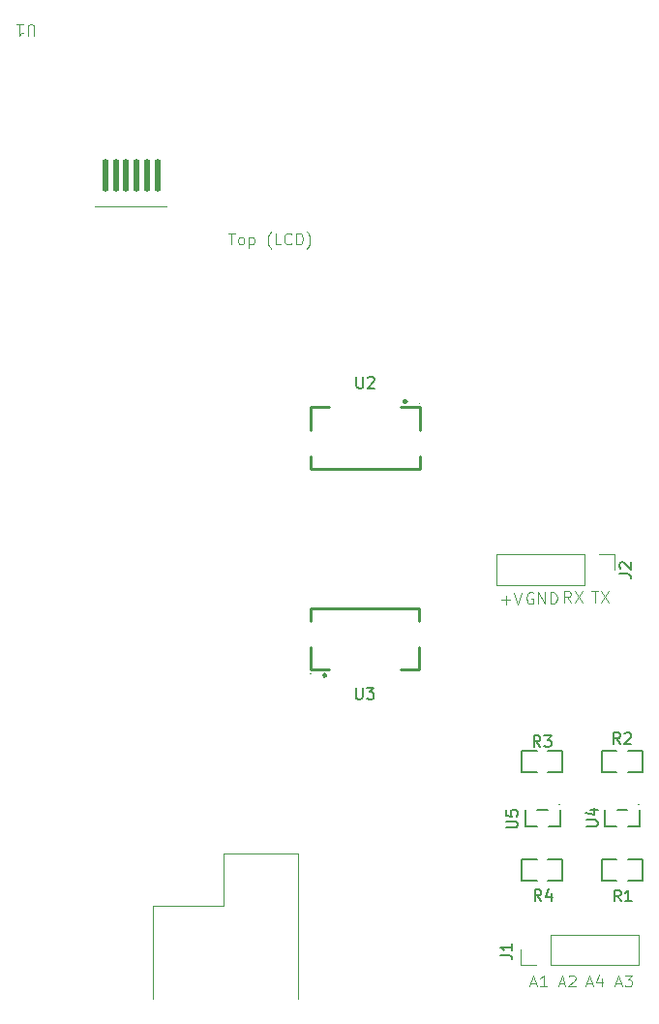
<source format=gbr>
%TF.GenerationSoftware,KiCad,Pcbnew,8.0.4*%
%TF.CreationDate,2025-06-05T19:44:25+01:00*%
%TF.ProjectId,psptvout,70737074-766f-4757-942e-6b696361645f,rev?*%
%TF.SameCoordinates,Original*%
%TF.FileFunction,Legend,Top*%
%TF.FilePolarity,Positive*%
%FSLAX46Y46*%
G04 Gerber Fmt 4.6, Leading zero omitted, Abs format (unit mm)*
G04 Created by KiCad (PCBNEW 8.0.4) date 2025-06-05 19:44:25*
%MOMM*%
%LPD*%
G01*
G04 APERTURE LIST*
G04 Aperture macros list*
%AMRoundRect*
0 Rectangle with rounded corners*
0 $1 Rounding radius*
0 $2 $3 $4 $5 $6 $7 $8 $9 X,Y pos of 4 corners*
0 Add a 4 corners polygon primitive as box body*
4,1,4,$2,$3,$4,$5,$6,$7,$8,$9,$2,$3,0*
0 Add four circle primitives for the rounded corners*
1,1,$1+$1,$2,$3*
1,1,$1+$1,$4,$5*
1,1,$1+$1,$6,$7*
1,1,$1+$1,$8,$9*
0 Add four rect primitives between the rounded corners*
20,1,$1+$1,$2,$3,$4,$5,0*
20,1,$1+$1,$4,$5,$6,$7,0*
20,1,$1+$1,$6,$7,$8,$9,0*
20,1,$1+$1,$8,$9,$2,$3,0*%
G04 Aperture macros list end*
%ADD10C,0.100000*%
%ADD11C,0.150000*%
%ADD12C,0.152400*%
%ADD13C,0.059995*%
%ADD14C,0.120000*%
%ADD15C,0.254000*%
%ADD16R,1.132537X1.377013*%
%ADD17R,1.775000X1.700000*%
%ADD18R,1.925000X2.125000*%
%ADD19R,1.900000X2.600000*%
%ADD20R,1.625000X2.025000*%
%ADD21R,0.600000X1.600000*%
%ADD22R,0.700000X1.250013*%
%ADD23R,1.700000X1.700000*%
%ADD24O,1.700000X1.700000*%
%ADD25RoundRect,0.117500X0.117500X1.332500X-0.117500X1.332500X-0.117500X-1.332500X0.117500X-1.332500X0*%
%ADD26R,0.300000X1.200000*%
%ADD27R,2.000000X1.800000*%
G04 APERTURE END LIST*
D10*
X205456265Y-134336704D02*
X205932455Y-134336704D01*
X205361027Y-134622419D02*
X205694360Y-133622419D01*
X205694360Y-133622419D02*
X206027693Y-134622419D01*
X206265789Y-133622419D02*
X206884836Y-133622419D01*
X206884836Y-133622419D02*
X206551503Y-134003371D01*
X206551503Y-134003371D02*
X206694360Y-134003371D01*
X206694360Y-134003371D02*
X206789598Y-134050990D01*
X206789598Y-134050990D02*
X206837217Y-134098609D01*
X206837217Y-134098609D02*
X206884836Y-134193847D01*
X206884836Y-134193847D02*
X206884836Y-134431942D01*
X206884836Y-134431942D02*
X206837217Y-134527180D01*
X206837217Y-134527180D02*
X206789598Y-134574800D01*
X206789598Y-134574800D02*
X206694360Y-134622419D01*
X206694360Y-134622419D02*
X206408646Y-134622419D01*
X206408646Y-134622419D02*
X206313408Y-134574800D01*
X206313408Y-134574800D02*
X206265789Y-134527180D01*
X195453884Y-100841466D02*
X196215789Y-100841466D01*
X195834836Y-101222419D02*
X195834836Y-100460514D01*
X196549122Y-100222419D02*
X196882455Y-101222419D01*
X196882455Y-101222419D02*
X197215788Y-100222419D01*
X198227693Y-100220038D02*
X198132455Y-100172419D01*
X198132455Y-100172419D02*
X197989598Y-100172419D01*
X197989598Y-100172419D02*
X197846741Y-100220038D01*
X197846741Y-100220038D02*
X197751503Y-100315276D01*
X197751503Y-100315276D02*
X197703884Y-100410514D01*
X197703884Y-100410514D02*
X197656265Y-100600990D01*
X197656265Y-100600990D02*
X197656265Y-100743847D01*
X197656265Y-100743847D02*
X197703884Y-100934323D01*
X197703884Y-100934323D02*
X197751503Y-101029561D01*
X197751503Y-101029561D02*
X197846741Y-101124800D01*
X197846741Y-101124800D02*
X197989598Y-101172419D01*
X197989598Y-101172419D02*
X198084836Y-101172419D01*
X198084836Y-101172419D02*
X198227693Y-101124800D01*
X198227693Y-101124800D02*
X198275312Y-101077180D01*
X198275312Y-101077180D02*
X198275312Y-100743847D01*
X198275312Y-100743847D02*
X198084836Y-100743847D01*
X198703884Y-101172419D02*
X198703884Y-100172419D01*
X198703884Y-100172419D02*
X199275312Y-101172419D01*
X199275312Y-101172419D02*
X199275312Y-100172419D01*
X199751503Y-101172419D02*
X199751503Y-100172419D01*
X199751503Y-100172419D02*
X199989598Y-100172419D01*
X199989598Y-100172419D02*
X200132455Y-100220038D01*
X200132455Y-100220038D02*
X200227693Y-100315276D01*
X200227693Y-100315276D02*
X200275312Y-100410514D01*
X200275312Y-100410514D02*
X200322931Y-100600990D01*
X200322931Y-100600990D02*
X200322931Y-100743847D01*
X200322931Y-100743847D02*
X200275312Y-100934323D01*
X200275312Y-100934323D02*
X200227693Y-101029561D01*
X200227693Y-101029561D02*
X200132455Y-101124800D01*
X200132455Y-101124800D02*
X199989598Y-101172419D01*
X199989598Y-101172419D02*
X199751503Y-101172419D01*
X171561027Y-68772419D02*
X172132455Y-68772419D01*
X171846741Y-69772419D02*
X171846741Y-68772419D01*
X172608646Y-69772419D02*
X172513408Y-69724800D01*
X172513408Y-69724800D02*
X172465789Y-69677180D01*
X172465789Y-69677180D02*
X172418170Y-69581942D01*
X172418170Y-69581942D02*
X172418170Y-69296228D01*
X172418170Y-69296228D02*
X172465789Y-69200990D01*
X172465789Y-69200990D02*
X172513408Y-69153371D01*
X172513408Y-69153371D02*
X172608646Y-69105752D01*
X172608646Y-69105752D02*
X172751503Y-69105752D01*
X172751503Y-69105752D02*
X172846741Y-69153371D01*
X172846741Y-69153371D02*
X172894360Y-69200990D01*
X172894360Y-69200990D02*
X172941979Y-69296228D01*
X172941979Y-69296228D02*
X172941979Y-69581942D01*
X172941979Y-69581942D02*
X172894360Y-69677180D01*
X172894360Y-69677180D02*
X172846741Y-69724800D01*
X172846741Y-69724800D02*
X172751503Y-69772419D01*
X172751503Y-69772419D02*
X172608646Y-69772419D01*
X173370551Y-69105752D02*
X173370551Y-70105752D01*
X173370551Y-69153371D02*
X173465789Y-69105752D01*
X173465789Y-69105752D02*
X173656265Y-69105752D01*
X173656265Y-69105752D02*
X173751503Y-69153371D01*
X173751503Y-69153371D02*
X173799122Y-69200990D01*
X173799122Y-69200990D02*
X173846741Y-69296228D01*
X173846741Y-69296228D02*
X173846741Y-69581942D01*
X173846741Y-69581942D02*
X173799122Y-69677180D01*
X173799122Y-69677180D02*
X173751503Y-69724800D01*
X173751503Y-69724800D02*
X173656265Y-69772419D01*
X173656265Y-69772419D02*
X173465789Y-69772419D01*
X173465789Y-69772419D02*
X173370551Y-69724800D01*
X175322932Y-70153371D02*
X175275313Y-70105752D01*
X175275313Y-70105752D02*
X175180075Y-69962895D01*
X175180075Y-69962895D02*
X175132456Y-69867657D01*
X175132456Y-69867657D02*
X175084837Y-69724800D01*
X175084837Y-69724800D02*
X175037218Y-69486704D01*
X175037218Y-69486704D02*
X175037218Y-69296228D01*
X175037218Y-69296228D02*
X175084837Y-69058133D01*
X175084837Y-69058133D02*
X175132456Y-68915276D01*
X175132456Y-68915276D02*
X175180075Y-68820038D01*
X175180075Y-68820038D02*
X175275313Y-68677180D01*
X175275313Y-68677180D02*
X175322932Y-68629561D01*
X176180075Y-69772419D02*
X175703885Y-69772419D01*
X175703885Y-69772419D02*
X175703885Y-68772419D01*
X177084837Y-69677180D02*
X177037218Y-69724800D01*
X177037218Y-69724800D02*
X176894361Y-69772419D01*
X176894361Y-69772419D02*
X176799123Y-69772419D01*
X176799123Y-69772419D02*
X176656266Y-69724800D01*
X176656266Y-69724800D02*
X176561028Y-69629561D01*
X176561028Y-69629561D02*
X176513409Y-69534323D01*
X176513409Y-69534323D02*
X176465790Y-69343847D01*
X176465790Y-69343847D02*
X176465790Y-69200990D01*
X176465790Y-69200990D02*
X176513409Y-69010514D01*
X176513409Y-69010514D02*
X176561028Y-68915276D01*
X176561028Y-68915276D02*
X176656266Y-68820038D01*
X176656266Y-68820038D02*
X176799123Y-68772419D01*
X176799123Y-68772419D02*
X176894361Y-68772419D01*
X176894361Y-68772419D02*
X177037218Y-68820038D01*
X177037218Y-68820038D02*
X177084837Y-68867657D01*
X177513409Y-69772419D02*
X177513409Y-68772419D01*
X177513409Y-68772419D02*
X177751504Y-68772419D01*
X177751504Y-68772419D02*
X177894361Y-68820038D01*
X177894361Y-68820038D02*
X177989599Y-68915276D01*
X177989599Y-68915276D02*
X178037218Y-69010514D01*
X178037218Y-69010514D02*
X178084837Y-69200990D01*
X178084837Y-69200990D02*
X178084837Y-69343847D01*
X178084837Y-69343847D02*
X178037218Y-69534323D01*
X178037218Y-69534323D02*
X177989599Y-69629561D01*
X177989599Y-69629561D02*
X177894361Y-69724800D01*
X177894361Y-69724800D02*
X177751504Y-69772419D01*
X177751504Y-69772419D02*
X177513409Y-69772419D01*
X178418171Y-70153371D02*
X178465790Y-70105752D01*
X178465790Y-70105752D02*
X178561028Y-69962895D01*
X178561028Y-69962895D02*
X178608647Y-69867657D01*
X178608647Y-69867657D02*
X178656266Y-69724800D01*
X178656266Y-69724800D02*
X178703885Y-69486704D01*
X178703885Y-69486704D02*
X178703885Y-69296228D01*
X178703885Y-69296228D02*
X178656266Y-69058133D01*
X178656266Y-69058133D02*
X178608647Y-68915276D01*
X178608647Y-68915276D02*
X178561028Y-68820038D01*
X178561028Y-68820038D02*
X178465790Y-68677180D01*
X178465790Y-68677180D02*
X178418171Y-68629561D01*
X198006265Y-134336704D02*
X198482455Y-134336704D01*
X197911027Y-134622419D02*
X198244360Y-133622419D01*
X198244360Y-133622419D02*
X198577693Y-134622419D01*
X199434836Y-134622419D02*
X198863408Y-134622419D01*
X199149122Y-134622419D02*
X199149122Y-133622419D01*
X199149122Y-133622419D02*
X199053884Y-133765276D01*
X199053884Y-133765276D02*
X198958646Y-133860514D01*
X198958646Y-133860514D02*
X198863408Y-133908133D01*
X203361027Y-100072419D02*
X203932455Y-100072419D01*
X203646741Y-101072419D02*
X203646741Y-100072419D01*
X204170551Y-100072419D02*
X204837217Y-101072419D01*
X204837217Y-100072419D02*
X204170551Y-101072419D01*
X201525312Y-101072419D02*
X201191979Y-100596228D01*
X200953884Y-101072419D02*
X200953884Y-100072419D01*
X200953884Y-100072419D02*
X201334836Y-100072419D01*
X201334836Y-100072419D02*
X201430074Y-100120038D01*
X201430074Y-100120038D02*
X201477693Y-100167657D01*
X201477693Y-100167657D02*
X201525312Y-100262895D01*
X201525312Y-100262895D02*
X201525312Y-100405752D01*
X201525312Y-100405752D02*
X201477693Y-100500990D01*
X201477693Y-100500990D02*
X201430074Y-100548609D01*
X201430074Y-100548609D02*
X201334836Y-100596228D01*
X201334836Y-100596228D02*
X200953884Y-100596228D01*
X201858646Y-100072419D02*
X202525312Y-101072419D01*
X202525312Y-100072419D02*
X201858646Y-101072419D01*
X202906265Y-134336704D02*
X203382455Y-134336704D01*
X202811027Y-134622419D02*
X203144360Y-133622419D01*
X203144360Y-133622419D02*
X203477693Y-134622419D01*
X204239598Y-133955752D02*
X204239598Y-134622419D01*
X204001503Y-133574800D02*
X203763408Y-134289085D01*
X203763408Y-134289085D02*
X204382455Y-134289085D01*
X200506265Y-134336704D02*
X200982455Y-134336704D01*
X200411027Y-134622419D02*
X200744360Y-133622419D01*
X200744360Y-133622419D02*
X201077693Y-134622419D01*
X201363408Y-133717657D02*
X201411027Y-133670038D01*
X201411027Y-133670038D02*
X201506265Y-133622419D01*
X201506265Y-133622419D02*
X201744360Y-133622419D01*
X201744360Y-133622419D02*
X201839598Y-133670038D01*
X201839598Y-133670038D02*
X201887217Y-133717657D01*
X201887217Y-133717657D02*
X201934836Y-133812895D01*
X201934836Y-133812895D02*
X201934836Y-133908133D01*
X201934836Y-133908133D02*
X201887217Y-134050990D01*
X201887217Y-134050990D02*
X201315789Y-134622419D01*
X201315789Y-134622419D02*
X201934836Y-134622419D01*
D11*
X205858333Y-113429819D02*
X205525000Y-112953628D01*
X205286905Y-113429819D02*
X205286905Y-112429819D01*
X205286905Y-112429819D02*
X205667857Y-112429819D01*
X205667857Y-112429819D02*
X205763095Y-112477438D01*
X205763095Y-112477438D02*
X205810714Y-112525057D01*
X205810714Y-112525057D02*
X205858333Y-112620295D01*
X205858333Y-112620295D02*
X205858333Y-112763152D01*
X205858333Y-112763152D02*
X205810714Y-112858390D01*
X205810714Y-112858390D02*
X205763095Y-112906009D01*
X205763095Y-112906009D02*
X205667857Y-112953628D01*
X205667857Y-112953628D02*
X205286905Y-112953628D01*
X206239286Y-112525057D02*
X206286905Y-112477438D01*
X206286905Y-112477438D02*
X206382143Y-112429819D01*
X206382143Y-112429819D02*
X206620238Y-112429819D01*
X206620238Y-112429819D02*
X206715476Y-112477438D01*
X206715476Y-112477438D02*
X206763095Y-112525057D01*
X206763095Y-112525057D02*
X206810714Y-112620295D01*
X206810714Y-112620295D02*
X206810714Y-112715533D01*
X206810714Y-112715533D02*
X206763095Y-112858390D01*
X206763095Y-112858390D02*
X206191667Y-113429819D01*
X206191667Y-113429819D02*
X206810714Y-113429819D01*
X205908333Y-127179819D02*
X205575000Y-126703628D01*
X205336905Y-127179819D02*
X205336905Y-126179819D01*
X205336905Y-126179819D02*
X205717857Y-126179819D01*
X205717857Y-126179819D02*
X205813095Y-126227438D01*
X205813095Y-126227438D02*
X205860714Y-126275057D01*
X205860714Y-126275057D02*
X205908333Y-126370295D01*
X205908333Y-126370295D02*
X205908333Y-126513152D01*
X205908333Y-126513152D02*
X205860714Y-126608390D01*
X205860714Y-126608390D02*
X205813095Y-126656009D01*
X205813095Y-126656009D02*
X205717857Y-126703628D01*
X205717857Y-126703628D02*
X205336905Y-126703628D01*
X206860714Y-127179819D02*
X206289286Y-127179819D01*
X206575000Y-127179819D02*
X206575000Y-126179819D01*
X206575000Y-126179819D02*
X206479762Y-126322676D01*
X206479762Y-126322676D02*
X206384524Y-126417914D01*
X206384524Y-126417914D02*
X206289286Y-126465533D01*
X195879819Y-120736904D02*
X196689342Y-120736904D01*
X196689342Y-120736904D02*
X196784580Y-120689285D01*
X196784580Y-120689285D02*
X196832200Y-120641666D01*
X196832200Y-120641666D02*
X196879819Y-120546428D01*
X196879819Y-120546428D02*
X196879819Y-120355952D01*
X196879819Y-120355952D02*
X196832200Y-120260714D01*
X196832200Y-120260714D02*
X196784580Y-120213095D01*
X196784580Y-120213095D02*
X196689342Y-120165476D01*
X196689342Y-120165476D02*
X195879819Y-120165476D01*
X195879819Y-119213095D02*
X195879819Y-119689285D01*
X195879819Y-119689285D02*
X196356009Y-119736904D01*
X196356009Y-119736904D02*
X196308390Y-119689285D01*
X196308390Y-119689285D02*
X196260771Y-119594047D01*
X196260771Y-119594047D02*
X196260771Y-119355952D01*
X196260771Y-119355952D02*
X196308390Y-119260714D01*
X196308390Y-119260714D02*
X196356009Y-119213095D01*
X196356009Y-119213095D02*
X196451247Y-119165476D01*
X196451247Y-119165476D02*
X196689342Y-119165476D01*
X196689342Y-119165476D02*
X196784580Y-119213095D01*
X196784580Y-119213095D02*
X196832200Y-119260714D01*
X196832200Y-119260714D02*
X196879819Y-119355952D01*
X196879819Y-119355952D02*
X196879819Y-119594047D01*
X196879819Y-119594047D02*
X196832200Y-119689285D01*
X196832200Y-119689285D02*
X196784580Y-119736904D01*
X202879819Y-120636904D02*
X203689342Y-120636904D01*
X203689342Y-120636904D02*
X203784580Y-120589285D01*
X203784580Y-120589285D02*
X203832200Y-120541666D01*
X203832200Y-120541666D02*
X203879819Y-120446428D01*
X203879819Y-120446428D02*
X203879819Y-120255952D01*
X203879819Y-120255952D02*
X203832200Y-120160714D01*
X203832200Y-120160714D02*
X203784580Y-120113095D01*
X203784580Y-120113095D02*
X203689342Y-120065476D01*
X203689342Y-120065476D02*
X202879819Y-120065476D01*
X203213152Y-119160714D02*
X203879819Y-119160714D01*
X202832200Y-119398809D02*
X203546485Y-119636904D01*
X203546485Y-119636904D02*
X203546485Y-119017857D01*
X195404819Y-131883333D02*
X196119104Y-131883333D01*
X196119104Y-131883333D02*
X196261961Y-131930952D01*
X196261961Y-131930952D02*
X196357200Y-132026190D01*
X196357200Y-132026190D02*
X196404819Y-132169047D01*
X196404819Y-132169047D02*
X196404819Y-132264285D01*
X196404819Y-130883333D02*
X196404819Y-131454761D01*
X196404819Y-131169047D02*
X195404819Y-131169047D01*
X195404819Y-131169047D02*
X195547676Y-131264285D01*
X195547676Y-131264285D02*
X195642914Y-131359523D01*
X195642914Y-131359523D02*
X195690533Y-131454761D01*
X198858333Y-113679819D02*
X198525000Y-113203628D01*
X198286905Y-113679819D02*
X198286905Y-112679819D01*
X198286905Y-112679819D02*
X198667857Y-112679819D01*
X198667857Y-112679819D02*
X198763095Y-112727438D01*
X198763095Y-112727438D02*
X198810714Y-112775057D01*
X198810714Y-112775057D02*
X198858333Y-112870295D01*
X198858333Y-112870295D02*
X198858333Y-113013152D01*
X198858333Y-113013152D02*
X198810714Y-113108390D01*
X198810714Y-113108390D02*
X198763095Y-113156009D01*
X198763095Y-113156009D02*
X198667857Y-113203628D01*
X198667857Y-113203628D02*
X198286905Y-113203628D01*
X199191667Y-112679819D02*
X199810714Y-112679819D01*
X199810714Y-112679819D02*
X199477381Y-113060771D01*
X199477381Y-113060771D02*
X199620238Y-113060771D01*
X199620238Y-113060771D02*
X199715476Y-113108390D01*
X199715476Y-113108390D02*
X199763095Y-113156009D01*
X199763095Y-113156009D02*
X199810714Y-113251247D01*
X199810714Y-113251247D02*
X199810714Y-113489342D01*
X199810714Y-113489342D02*
X199763095Y-113584580D01*
X199763095Y-113584580D02*
X199715476Y-113632200D01*
X199715476Y-113632200D02*
X199620238Y-113679819D01*
X199620238Y-113679819D02*
X199334524Y-113679819D01*
X199334524Y-113679819D02*
X199239286Y-113632200D01*
X199239286Y-113632200D02*
X199191667Y-113584580D01*
D10*
X154587404Y-51530080D02*
X154587404Y-50720557D01*
X154587404Y-50720557D02*
X154539785Y-50625319D01*
X154539785Y-50625319D02*
X154492166Y-50577700D01*
X154492166Y-50577700D02*
X154396928Y-50530080D01*
X154396928Y-50530080D02*
X154206452Y-50530080D01*
X154206452Y-50530080D02*
X154111214Y-50577700D01*
X154111214Y-50577700D02*
X154063595Y-50625319D01*
X154063595Y-50625319D02*
X154015976Y-50720557D01*
X154015976Y-50720557D02*
X154015976Y-51530080D01*
X153015976Y-50530080D02*
X153587404Y-50530080D01*
X153301690Y-50530080D02*
X153301690Y-51530080D01*
X153301690Y-51530080D02*
X153396928Y-51387223D01*
X153396928Y-51387223D02*
X153492166Y-51291985D01*
X153492166Y-51291985D02*
X153587404Y-51244366D01*
D11*
X182786558Y-81329851D02*
X182786558Y-82139374D01*
X182786558Y-82139374D02*
X182834177Y-82234612D01*
X182834177Y-82234612D02*
X182881796Y-82282232D01*
X182881796Y-82282232D02*
X182977034Y-82329851D01*
X182977034Y-82329851D02*
X183167510Y-82329851D01*
X183167510Y-82329851D02*
X183262748Y-82282232D01*
X183262748Y-82282232D02*
X183310367Y-82234612D01*
X183310367Y-82234612D02*
X183357986Y-82139374D01*
X183357986Y-82139374D02*
X183357986Y-81329851D01*
X183786558Y-81425089D02*
X183834177Y-81377470D01*
X183834177Y-81377470D02*
X183929415Y-81329851D01*
X183929415Y-81329851D02*
X184167510Y-81329851D01*
X184167510Y-81329851D02*
X184262748Y-81377470D01*
X184262748Y-81377470D02*
X184310367Y-81425089D01*
X184310367Y-81425089D02*
X184357986Y-81520327D01*
X184357986Y-81520327D02*
X184357986Y-81615565D01*
X184357986Y-81615565D02*
X184310367Y-81758422D01*
X184310367Y-81758422D02*
X183738939Y-82329851D01*
X183738939Y-82329851D02*
X184357986Y-82329851D01*
X198958333Y-127129819D02*
X198625000Y-126653628D01*
X198386905Y-127129819D02*
X198386905Y-126129819D01*
X198386905Y-126129819D02*
X198767857Y-126129819D01*
X198767857Y-126129819D02*
X198863095Y-126177438D01*
X198863095Y-126177438D02*
X198910714Y-126225057D01*
X198910714Y-126225057D02*
X198958333Y-126320295D01*
X198958333Y-126320295D02*
X198958333Y-126463152D01*
X198958333Y-126463152D02*
X198910714Y-126558390D01*
X198910714Y-126558390D02*
X198863095Y-126606009D01*
X198863095Y-126606009D02*
X198767857Y-126653628D01*
X198767857Y-126653628D02*
X198386905Y-126653628D01*
X199815476Y-126463152D02*
X199815476Y-127129819D01*
X199577381Y-126082200D02*
X199339286Y-126796485D01*
X199339286Y-126796485D02*
X199958333Y-126796485D01*
X182739657Y-108504755D02*
X182739657Y-109314278D01*
X182739657Y-109314278D02*
X182787276Y-109409516D01*
X182787276Y-109409516D02*
X182834895Y-109457136D01*
X182834895Y-109457136D02*
X182930133Y-109504755D01*
X182930133Y-109504755D02*
X183120609Y-109504755D01*
X183120609Y-109504755D02*
X183215847Y-109457136D01*
X183215847Y-109457136D02*
X183263466Y-109409516D01*
X183263466Y-109409516D02*
X183311085Y-109314278D01*
X183311085Y-109314278D02*
X183311085Y-108504755D01*
X183692038Y-108504755D02*
X184311085Y-108504755D01*
X184311085Y-108504755D02*
X183977752Y-108885707D01*
X183977752Y-108885707D02*
X184120609Y-108885707D01*
X184120609Y-108885707D02*
X184215847Y-108933326D01*
X184215847Y-108933326D02*
X184263466Y-108980945D01*
X184263466Y-108980945D02*
X184311085Y-109076183D01*
X184311085Y-109076183D02*
X184311085Y-109314278D01*
X184311085Y-109314278D02*
X184263466Y-109409516D01*
X184263466Y-109409516D02*
X184215847Y-109457136D01*
X184215847Y-109457136D02*
X184120609Y-109504755D01*
X184120609Y-109504755D02*
X183834895Y-109504755D01*
X183834895Y-109504755D02*
X183739657Y-109457136D01*
X183739657Y-109457136D02*
X183692038Y-109409516D01*
X205784819Y-98533333D02*
X206499104Y-98533333D01*
X206499104Y-98533333D02*
X206641961Y-98580952D01*
X206641961Y-98580952D02*
X206737200Y-98676190D01*
X206737200Y-98676190D02*
X206784819Y-98819047D01*
X206784819Y-98819047D02*
X206784819Y-98914285D01*
X205880057Y-98104761D02*
X205832438Y-98057142D01*
X205832438Y-98057142D02*
X205784819Y-97961904D01*
X205784819Y-97961904D02*
X205784819Y-97723809D01*
X205784819Y-97723809D02*
X205832438Y-97628571D01*
X205832438Y-97628571D02*
X205880057Y-97580952D01*
X205880057Y-97580952D02*
X205975295Y-97533333D01*
X205975295Y-97533333D02*
X206070533Y-97533333D01*
X206070533Y-97533333D02*
X206213390Y-97580952D01*
X206213390Y-97580952D02*
X206784819Y-98152380D01*
X206784819Y-98152380D02*
X206784819Y-97533333D01*
D12*
%TO.C,R2*%
X204263862Y-114007906D02*
X205548800Y-114007906D01*
X204263862Y-115842094D02*
X204263862Y-114007906D01*
X205548800Y-115842094D02*
X204263862Y-115842094D01*
X206501200Y-115842094D02*
X207786138Y-115842094D01*
X207786138Y-114007906D02*
X206501200Y-114007906D01*
X207786138Y-115842094D02*
X207786138Y-114007906D01*
D13*
X205054972Y-115562541D02*
G75*
G02*
X204995028Y-115562541I-29972J0D01*
G01*
X204995028Y-115562541D02*
G75*
G02*
X205054972Y-115562541I29972J0D01*
G01*
D12*
%TO.C,R1*%
X204263862Y-123507906D02*
X204263862Y-125342094D01*
X204263862Y-125342094D02*
X205548800Y-125342094D01*
X205548800Y-123507906D02*
X204263862Y-123507906D01*
X206501200Y-123507906D02*
X207786138Y-123507906D01*
X207786138Y-123507906D02*
X207786138Y-125342094D01*
X207786138Y-125342094D02*
X206501200Y-125342094D01*
D13*
X207054972Y-123787459D02*
G75*
G02*
X206995028Y-123787459I-29972J0D01*
G01*
X206995028Y-123787459D02*
G75*
G02*
X207054972Y-123787459I29972J0D01*
G01*
D10*
%TO.C,U6*%
X164937500Y-127537500D02*
X164937500Y-135687500D01*
X171137500Y-122962500D02*
X171137500Y-127537500D01*
X171137500Y-127537500D02*
X164937500Y-127537500D01*
X177712500Y-122962500D02*
X171137500Y-122962500D01*
X177712500Y-122962500D02*
X177712500Y-135712500D01*
D12*
%TO.C,U5*%
X197548825Y-119198787D02*
X197548825Y-120651213D01*
X197548825Y-120651213D02*
X198580448Y-120651213D01*
X198619640Y-119198787D02*
X199530436Y-119198787D01*
X200601251Y-119198787D02*
X200601251Y-120651213D01*
X200601251Y-120651213D02*
X199569628Y-120651213D01*
D13*
X200555048Y-118725000D02*
G75*
G02*
X200495054Y-118725000I-29997J0D01*
G01*
X200495054Y-118725000D02*
G75*
G02*
X200555048Y-118725000I29997J0D01*
G01*
D12*
%TO.C,U4*%
X204498787Y-119198787D02*
X204498787Y-120651213D01*
X204498787Y-120651213D02*
X205530410Y-120651213D01*
X205569602Y-119198787D02*
X206480398Y-119198787D01*
X207551213Y-119198787D02*
X207551213Y-120651213D01*
X207551213Y-120651213D02*
X206519590Y-120651213D01*
D13*
X207505010Y-118725000D02*
G75*
G02*
X207445016Y-118725000I-29997J0D01*
G01*
X207445016Y-118725000D02*
G75*
G02*
X207505010Y-118725000I29997J0D01*
G01*
D14*
%TO.C,J1*%
X197180000Y-132730000D02*
X197180000Y-131400000D01*
X198510000Y-132730000D02*
X197180000Y-132730000D01*
X199780000Y-130070000D02*
X207460000Y-130070000D01*
X199780000Y-132730000D02*
X199780000Y-130070000D01*
X199780000Y-132730000D02*
X207460000Y-132730000D01*
X207460000Y-132730000D02*
X207460000Y-130070000D01*
D12*
%TO.C,R3*%
X197263862Y-114007906D02*
X198548800Y-114007906D01*
X197263862Y-115842094D02*
X197263862Y-114007906D01*
X198548800Y-115842094D02*
X197263862Y-115842094D01*
X199501200Y-115842094D02*
X200786138Y-115842094D01*
X200786138Y-114007906D02*
X199501200Y-114007906D01*
X200786138Y-115842094D02*
X200786138Y-114007906D01*
D13*
X198054972Y-115562541D02*
G75*
G02*
X197995028Y-115562541I-29972J0D01*
G01*
X197995028Y-115562541D02*
G75*
G02*
X198054972Y-115562541I29972J0D01*
G01*
D10*
%TO.C,U1*%
X166125500Y-66437500D02*
X159925500Y-66437500D01*
D15*
%TO.C,U2*%
X178796939Y-83976048D02*
X180418783Y-83976048D01*
X178796939Y-85993904D02*
X178796939Y-83976048D01*
X178796939Y-89375032D02*
X178796939Y-88256185D01*
X188299987Y-84000051D02*
X186681115Y-84000051D01*
X188299987Y-85993904D02*
X188299987Y-84000051D01*
X188299987Y-89375032D02*
X178796939Y-89375032D01*
X188299987Y-89375032D02*
X188299987Y-88256185D01*
X187182969Y-83500127D02*
G75*
G02*
X186916777Y-83500127I-133096J0D01*
G01*
X186916777Y-83500127D02*
G75*
G02*
X187182969Y-83500127I133096J0D01*
G01*
D13*
X188330061Y-83640005D02*
G75*
G02*
X188270067Y-83640005I-29997J0D01*
G01*
X188270067Y-83640005D02*
G75*
G02*
X188330061Y-83640005I29997J0D01*
G01*
D12*
%TO.C,R4*%
X197263862Y-123507906D02*
X198548800Y-123507906D01*
X197263862Y-125342094D02*
X197263862Y-123507906D01*
X198548800Y-125342094D02*
X197263862Y-125342094D01*
X199501200Y-125342094D02*
X200786138Y-125342094D01*
X200786138Y-123507906D02*
X199501200Y-123507906D01*
X200786138Y-125342094D02*
X200786138Y-123507906D01*
D13*
X198054972Y-125062541D02*
G75*
G02*
X197995028Y-125062541I-29972J0D01*
G01*
X197995028Y-125062541D02*
G75*
G02*
X198054972Y-125062541I29972J0D01*
G01*
D15*
%TO.C,U3*%
X178750038Y-101549936D02*
X178750038Y-102668783D01*
X178750038Y-101549936D02*
X188253086Y-101549936D01*
X178750038Y-104931064D02*
X178750038Y-106924917D01*
X178750038Y-106924917D02*
X180368910Y-106924917D01*
X188253086Y-101549936D02*
X188253086Y-102668783D01*
X188253086Y-104931064D02*
X188253086Y-106948920D01*
X188253086Y-106948920D02*
X186631242Y-106948920D01*
D13*
X178779958Y-107284963D02*
G75*
G02*
X178719964Y-107284963I-29997J0D01*
G01*
X178719964Y-107284963D02*
G75*
G02*
X178779958Y-107284963I29997J0D01*
G01*
D15*
X180133248Y-107424841D02*
G75*
G02*
X179867056Y-107424841I-133096J0D01*
G01*
X179867056Y-107424841D02*
G75*
G02*
X180133248Y-107424841I133096J0D01*
G01*
D14*
%TO.C,J2*%
X195050000Y-96870000D02*
X195050000Y-99530000D01*
X202730000Y-96870000D02*
X195050000Y-96870000D01*
X202730000Y-96870000D02*
X202730000Y-99530000D01*
X202730000Y-99530000D02*
X195050000Y-99530000D01*
X204000000Y-96870000D02*
X205330000Y-96870000D01*
X205330000Y-96870000D02*
X205330000Y-98200000D01*
%TD*%
%LPC*%
D16*
%TO.C,R2*%
X205025000Y-114925000D03*
X207025000Y-114925000D03*
%TD*%
%TO.C,R1*%
X207025000Y-124425000D03*
X205025000Y-124425000D03*
%TD*%
D17*
%TO.C,U6*%
X179009706Y-124087500D03*
D18*
X179084706Y-127950000D03*
D19*
X163772206Y-133737500D03*
D20*
X179234706Y-131125000D03*
D21*
X170622206Y-128862500D03*
X169722206Y-128862500D03*
X168822206Y-128862500D03*
X167922206Y-128862500D03*
X167022206Y-128862500D03*
X166122206Y-128862500D03*
X170197206Y-126537500D03*
X169297206Y-126537500D03*
X168397206Y-126537500D03*
X167497206Y-126537500D03*
X166597206Y-126537500D03*
X165697206Y-126537500D03*
%TD*%
D22*
%TO.C,U5*%
X200025000Y-118925000D03*
X198125076Y-118925000D03*
X199075038Y-120925000D03*
%TD*%
%TO.C,U4*%
X206974962Y-118925000D03*
X205075038Y-118925000D03*
X206025000Y-120925000D03*
%TD*%
D23*
%TO.C,J1*%
X198510000Y-131400000D03*
D24*
X201050000Y-131400000D03*
X203590000Y-131400000D03*
X206130000Y-131400000D03*
%TD*%
D16*
%TO.C,R3*%
X198025000Y-114925000D03*
X200025000Y-114925000D03*
%TD*%
D25*
%TO.C,U1*%
X160800500Y-63687500D03*
X161720500Y-63687500D03*
X162640500Y-63687500D03*
X163560500Y-63687500D03*
X164480500Y-63687500D03*
X165400500Y-63687500D03*
%TD*%
D26*
%TO.C,U2*%
X186300064Y-83875032D03*
X185799936Y-83875032D03*
X185300064Y-83875032D03*
X184799936Y-83875032D03*
X184300064Y-83875032D03*
X183799936Y-83875032D03*
X183300064Y-83875032D03*
X182799936Y-83875032D03*
X182300064Y-83875032D03*
X181799936Y-83875032D03*
X181300064Y-83875032D03*
X180799936Y-83875032D03*
D27*
X179250025Y-87124968D03*
X187849975Y-87124968D03*
%TD*%
D16*
%TO.C,R4*%
X198025000Y-124425000D03*
X200025000Y-124425000D03*
%TD*%
D26*
%TO.C,U3*%
X180749961Y-107049936D03*
X181250089Y-107049936D03*
X181749961Y-107049936D03*
X182250089Y-107049936D03*
X182749961Y-107049936D03*
X183250089Y-107049936D03*
X183749961Y-107049936D03*
X184250089Y-107049936D03*
X184749961Y-107049936D03*
X185250089Y-107049936D03*
X185749961Y-107049936D03*
X186250089Y-107049936D03*
D27*
X187800000Y-103800000D03*
X179200050Y-103800000D03*
%TD*%
D23*
%TO.C,J2*%
X204000000Y-98200000D03*
D24*
X201460000Y-98200000D03*
X198920000Y-98200000D03*
X196380000Y-98200000D03*
%TD*%
%LPD*%
M02*

</source>
